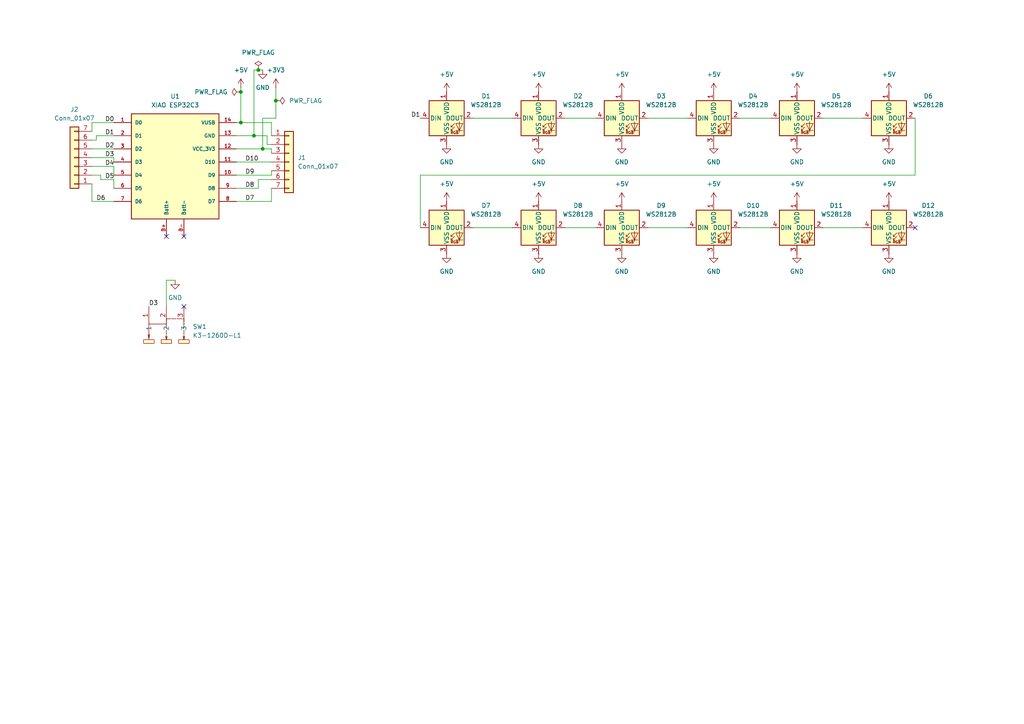
<source format=kicad_sch>
(kicad_sch (version 20241209) (generator "eeschema") (generator_version "8.99")
  (paper "A4")
  (title_block (title "Fire Decoration") (rev "0"))
  (lib_symbols
    (symbol "Connector_Generic:Conn_01x07" (pin_names (offset 1.016) (hide yes))
      (property "Reference" "J" (at 0 10.16 0))
      (property "Value" "Conn_01x07" (at 0 -10.16 0))
      (symbol "Conn_01x07_1_1"
        (rectangle (start -1.27 8.89) (end 1.27 -8.89) (stroke (width 0.254)) (fill (type background)))
        (rectangle (start -1.27 7.747) (end 0 7.493) (stroke (width 0.1524)))
        (rectangle (start -1.27 5.207) (end 0 4.953) (stroke (width 0.1524)))
        (rectangle (start -1.27 2.667) (end 0 2.413) (stroke (width 0.1524)))
        (rectangle (start -1.27 0.127) (end 0 -0.127) (stroke (width 0.1524)))
        (rectangle (start -1.27 -2.413) (end 0 -2.667) (stroke (width 0.1524)))
        (rectangle (start -1.27 -4.953) (end 0 -5.207) (stroke (width 0.1524)))
        (rectangle (start -1.27 -7.493) (end 0 -7.747) (stroke (width 0.1524)))
        (pin passive line (at -5.08 7.62 0) (length 3.81) (name "Pin_1") (number "1"))
        (pin passive line (at -5.08 5.08 0) (length 3.81) (name "Pin_2") (number "2"))
        (pin passive line (at -5.08 2.54 0) (length 3.81) (name "Pin_3") (number "3"))
        (pin passive line (at -5.08 0 0) (length 3.81) (name "Pin_4") (number "4"))
        (pin passive line (at -5.08 -2.54 0) (length 3.81) (name "Pin_5") (number "5"))
        (pin passive line (at -5.08 -5.08 0) (length 3.81) (name "Pin_6") (number "6"))
        (pin passive line (at -5.08 -7.62 0) (length 3.81) (name "Pin_7") (number "7"))
      )
    )
    (symbol "LED:WS2812B" (pin_names (offset 0.254))
      (property "Reference" "D" (at 5.08 5.715 0))
      (property "Value" "WS2812B" (at 1.27 -5.715 0))
      (symbol "WS2812B_0_0"
        (text "RGB" (at 2.286 -4.191 0) (effects (font (size 0.762 0.762))))
      )
      (symbol "WS2812B_0_1"
        (polyline (pts (xy 1.27 -2.54) (xy 1.778 -2.54)))
        (polyline (pts (xy 1.27 -3.556) (xy 1.778 -3.556)))
        (polyline (pts (xy 2.286 -1.524) (xy 1.27 -2.54) (xy 1.27 -2.032)))
        (polyline (pts (xy 2.286 -2.54) (xy 1.27 -3.556) (xy 1.27 -3.048)))
        (polyline (pts (xy 3.683 -1.016) (xy 3.683 -3.556) (xy 3.683 -4.064)))
        (polyline (pts (xy 4.699 -1.524) (xy 2.667 -1.524) (xy 3.683 -3.556) (xy 4.699 -1.524)))
        (polyline (pts (xy 4.699 -3.556) (xy 2.667 -3.556)))
        (rectangle (start 5.08 5.08) (end -5.08 -5.08) (stroke (width 0.254)) (fill (type background)))
      )
      (symbol "WS2812B_1_1"
        (pin input line (at -7.62 0 0) (length 2.54) (name "DIN") (number "4"))
        (pin power_in line (at 0 7.62 270) (length 2.54) (name "VDD") (number "1"))
        (pin power_in line (at 0 -7.62 90) (length 2.54) (name "VSS") (number "3"))
        (pin output line (at 7.62 0 180) (length 2.54) (name "DOUT") (number "2"))
      )
    )
    (symbol "Xiao_ESP32C3:XIAO ESP32C3" (pin_names (offset 1.016))
      (property "Reference" "U" (at -12.7 16.002 0))
      (property "Value" "XIAO ESP32C3" (at 7.62 -19.05 0))
      (symbol "XIAO ESP32C3_0_0"
        (rectangle (start -12.7 15.24) (end 12.7 -15.24) (stroke (width 0.254)) (fill (type background)))
        (pin bidirectional line (at -17.78 12.7 0) (length 5.08) (name "D0") (number "1"))
        (pin bidirectional line (at -17.78 8.89 0) (length 5.08) (name "D1") (number "2"))
        (pin bidirectional line (at -17.78 5.08 0) (length 5.08) (name "D2") (number "3"))
        (pin bidirectional line (at -17.78 1.27 0) (length 5.08) (name "D3") (number "4"))
        (pin bidirectional line (at -17.78 -2.54 0) (length 5.08) (name "D4") (number "5"))
        (pin bidirectional line (at -17.78 -6.35 0) (length 5.08) (name "D5") (number "6"))
        (pin power_in line (at 17.78 12.7 180) (length 5.08) (name "VUSB") (number "14"))
        (pin power_in line (at 17.78 8.89 180) (length 5.08) (name "GND") (number "13"))
        (pin power_in line (at 17.78 5.08 180) (length 5.08) (name "VCC_3V3") (number "12"))
        (pin bidirectional line (at 17.78 1.27 180) (length 5.08) (name "D10") (number "11"))
        (pin bidirectional line (at 17.78 -2.54 180) (length 5.08) (name "D9") (number "10"))
        (pin bidirectional line (at 17.78 -6.35 180) (length 5.08) (name "D8") (number "9"))
      )
      (symbol "XIAO ESP32C3_1_0"
        (pin bidirectional line (at -17.78 -10.16 0) (length 5.08) (name "D6") (number "7"))
        (pin power_in line (at -2.54 -20.32 90) (length 5.08) (name "Batt+") (number "B+"))
        (pin power_in line (at 2.54 -20.32 90) (length 5.08) (name "Batt-") (number "B-"))
        (pin bidirectional line (at 17.78 -10.16 180) (length 5.08) (name "D7") (number "8"))
      )
    )
    (symbol "easyeda2kicad:K3-1260D-L1"
      (property "Reference" "SW" (at 0 11.43 0))
      (property "Value" "K3-1260D-L1" (at 0 1.27 0))
      (symbol "K3-1260D-L1_0_1"
        (rectangle (start -7.87 -3.3) (end -4.83 -4.32) (fill (type background)))
        (polyline (pts (xy -6.35 -3.05) (xy -6.6 -1.78)))
        (rectangle (start -2.79 -3.3) (end 0.25 -4.32) (fill (type background)))
        (polyline (pts (xy -1.27 2.03) (xy -1.27 2.79) (xy 0 2.79)))
        (polyline (pts (xy -1.27 1.27) (xy -6.35 1.27) (xy -6.35 -3.05) (xy -6.1 -1.78)))
        (polyline (pts (xy -1.27 0) (xy -1.27 1.52)))
        (polyline (pts (xy -1.27 -1.78) (xy -1.27 -0.51)))
        (polyline (pts (xy -1.27 -3.3) (xy -1.27 -2.03)))
        (polyline (pts (xy -1.27 -3.3) (xy -1.52 -2.29)))
        (polyline (pts (xy -1.27 -3.3) (xy -1.02 -2.29)))
        (polyline (pts (xy 0.25 2.79) (xy 1.52 2.79)))
        (polyline (pts (xy 1.78 2.79) (xy 3.3 2.79)))
        (rectangle (start 2.29 -3.3) (end 5.33 -4.32) (fill (type background)))
        (polyline (pts (xy 3.56 2.79) (xy 3.81 2.79) (xy 3.81 2.03)))
        (polyline (pts (xy 3.81 1.52) (xy 3.81 0)))
        (polyline (pts (xy 3.81 -0.51) (xy 3.81 -1.78)))
        (polyline (pts (xy 3.81 -2.03) (xy 3.81 -3.3) (xy 4.06 -2.29)))
        (polyline (pts (xy 3.81 -3.3) (xy 3.56 -2.29)))
        (pin unspecified line (at -6.35 6.35 270) (length 5.08) (name "1") (number "1"))
        (pin unspecified line (at -1.27 6.35 270) (length 5.08) (name "2") (number "2"))
        (pin unspecified line (at 3.81 6.35 270) (length 5.08) (name "3") (number "3"))
      )
    )
    (symbol "power:+3V3" (power) (pin_numbers (hide yes)) (pin_names (offset 0) (hide yes))
      (property "Value" "+3V3" (at 0 3.556 0))
      (symbol "+3V3_0_1"
        (polyline (pts (xy -0.762 1.27) (xy 0 2.54)))
        (polyline (pts (xy 0 2.54) (xy 0.762 1.27)))
        (polyline (pts (xy 0 0) (xy 0 2.54)))
      )
      (symbol "+3V3_1_1"
        (pin power_in line (at 0 0 90) (length 0) (name "~") (number "1"))
      )
    )
    (symbol "power:+5V" (power) (pin_numbers (hide yes)) (pin_names (offset 0) (hide yes))
      (property "Value" "+5V" (at 0 3.556 0))
      (symbol "+5V_0_1"
        (polyline (pts (xy -0.762 1.27) (xy 0 2.54)))
        (polyline (pts (xy 0 2.54) (xy 0.762 1.27)))
        (polyline (pts (xy 0 0) (xy 0 2.54)))
      )
      (symbol "+5V_1_1"
        (pin power_in line (at 0 0 90) (length 0) (name "~") (number "1"))
      )
    )
    (symbol "power:GND" (power) (pin_numbers (hide yes)) (pin_names (offset 0) (hide yes))
      (property "Value" "GND" (at 0 -3.81 0))
      (symbol "GND_0_1"
        (polyline (pts (xy 0 0) (xy 0 -1.27) (xy 1.27 -1.27) (xy 0 -2.54) (xy -1.27 -1.27) (xy 0 -1.27)))
      )
      (symbol "GND_1_1"
        (pin power_in line (at 0 0 270) (length 0) (name "~") (number "1"))
      )
    )
    (symbol "power:PWR_FLAG" (power) (pin_numbers (hide yes)) (pin_names (offset 0) (hide yes))
      (property "Value" "PWR_FLAG" (at 0 3.81 0))
      (symbol "PWR_FLAG_0_0"
        (pin power_out line (at 0 0 90) (length 0) (name "~") (number "1"))
      )
      (symbol "PWR_FLAG_0_1"
        (polyline (pts (xy 0 0) (xy 0 1.27) (xy -1.016 1.905) (xy 0 2.54) (xy 1.016 1.905) (xy 0 1.27)))
      )
    )
  )
  (junction (at 73.66 39.37))
  (junction (at 74.93 20.32))
  (junction (at 69.85 35.56))
  (junction (at 69.85 26.67))
  (junction (at 80.01 29.21))
  (junction (at 76.2 43.18))
  (no_connect (at 53.34 68.58))
  (no_connect (at 265.43 66.04))
  (no_connect (at 53.34 88.9))
  (no_connect (at 48.26 68.58))
  (wire (pts (xy 68.58 54.61) (xy 74.93 54.61)))
  (wire (pts (xy 74.93 20.32) (xy 73.66 20.32)))
  (wire (pts (xy 33.02 39.37) (xy 27.94 39.37)))
  (wire (pts (xy 68.58 58.42) (xy 78.74 58.42)))
  (wire (pts (xy 163.83 66.04) (xy 172.72 66.04)))
  (wire (pts (xy 29.21 50.8) (xy 26.67 50.8)))
  (wire (pts (xy 80.01 25.4) (xy 80.01 29.21)))
  (wire (pts (xy 74.93 52.07) (xy 78.74 52.07)))
  (wire (pts (xy 77.47 39.37) (xy 77.47 41.91)))
  (wire (pts (xy 26.67 58.42) (xy 26.67 53.34)))
  (wire (pts (xy 80.01 29.21) (xy 80.01 34.29)))
  (wire (pts (xy 33.02 48.26) (xy 33.02 50.8)))
  (wire (pts (xy 26.67 45.72) (xy 33.02 45.72)))
  (wire (pts (xy 121.92 50.8) (xy 121.92 66.04)))
  (wire (pts (xy 26.67 38.1) (xy 26.67 35.56)))
  (wire (pts (xy 73.66 39.37) (xy 77.47 39.37)))
  (wire (pts (xy 76.2 20.32) (xy 74.93 20.32)))
  (wire (pts (xy 73.66 20.32) (xy 73.66 39.37)))
  (wire (pts (xy 29.21 52.07) (xy 29.21 50.8)))
  (wire (pts (xy 26.67 43.18) (xy 33.02 43.18)))
  (wire (pts (xy 69.85 25.4) (xy 69.85 26.67)))
  (wire (pts (xy 48.26 81.28) (xy 48.26 88.9)))
  (wire (pts (xy 137.16 34.29) (xy 148.59 34.29)))
  (wire (pts (xy 26.67 48.26) (xy 33.02 48.26)))
  (wire (pts (xy 33.02 45.72) (xy 33.02 46.99)))
  (wire (pts (xy 265.43 50.8) (xy 121.92 50.8)))
  (wire (pts (xy 68.58 46.99) (xy 78.74 46.99)))
  (wire (pts (xy 137.16 66.04) (xy 148.59 66.04)))
  (wire (pts (xy 78.74 43.18) (xy 78.74 44.45)))
  (wire (pts (xy 68.58 50.8) (xy 78.74 50.8)))
  (wire (pts (xy 214.63 66.04) (xy 223.52 66.04)))
  (wire (pts (xy 68.58 43.18) (xy 76.2 43.18)))
  (wire (pts (xy 187.96 66.04) (xy 199.39 66.04)))
  (wire (pts (xy 74.93 54.61) (xy 74.93 52.07)))
  (wire (pts (xy 68.58 35.56) (xy 69.85 35.56)))
  (wire (pts (xy 68.58 39.37) (xy 73.66 39.37)))
  (wire (pts (xy 76.2 43.18) (xy 78.74 43.18)))
  (wire (pts (xy 80.01 34.29) (xy 76.2 34.29)))
  (wire (pts (xy 187.96 34.29) (xy 199.39 34.29)))
  (wire (pts (xy 29.21 52.07) (xy 33.02 52.07)))
  (wire (pts (xy 77.47 41.91) (xy 78.74 41.91)))
  (wire (pts (xy 69.85 35.56) (xy 78.74 35.56)))
  (wire (pts (xy 33.02 52.07) (xy 33.02 54.61)))
  (wire (pts (xy 163.83 34.29) (xy 172.72 34.29)))
  (wire (pts (xy 50.8 81.28) (xy 48.26 81.28)))
  (wire (pts (xy 78.74 58.42) (xy 78.74 54.61)))
  (wire (pts (xy 76.2 34.29) (xy 76.2 43.18)))
  (wire (pts (xy 214.63 34.29) (xy 223.52 34.29)))
  (wire (pts (xy 78.74 35.56) (xy 78.74 39.37)))
  (wire (pts (xy 26.67 35.56) (xy 33.02 35.56)))
  (wire (pts (xy 238.76 66.04) (xy 250.19 66.04)))
  (wire (pts (xy 69.85 26.67) (xy 69.85 35.56)))
  (wire (pts (xy 78.74 50.8) (xy 78.74 49.53)))
  (wire (pts (xy 26.67 40.64) (xy 27.94 40.64)))
  (wire (pts (xy 33.02 58.42) (xy 26.67 58.42)))
  (wire (pts (xy 27.94 39.37) (xy 27.94 40.64)))
  (wire (pts (xy 238.76 34.29) (xy 250.19 34.29)))
  (wire (pts (xy 265.43 34.29) (xy 265.43 50.8)))
  (label "D7" (at 71.12 58.42 0))
  (label "D9" (at 71.12 50.8 0))
  (label "D4" (at 30.48 48.26 0))
  (label "D6" (at 27.94 58.42 0))
  (label "D1" (at 30.48 39.37 0))
  (label "D8" (at 71.12 54.61 0))
  (label "D3" (at 43.18 88.9 0))
  (label "D5" (at 30.48 52.07 0))
  (label "D0" (at 30.48 35.56 0))
  (label "D2" (at 30.48 43.18 0))
  (label "D1" (at 121.92 34.29 180))
  (label "D3" (at 30.48 45.72 0))
  (label "D10" (at 71.12 46.99 0))
  (symbol (lib_id "power:+5V") (at 257.81 58.42 0) (unit 1)
    (property "Reference" "#PWR019" (effects (hide yes)))
    (property "Value" "+5V" (at 257.81 53.34 0))
    (property "Description" "Power symbol creates a global label with name \"+5V\"" (effects (hide yes)))
  )
  (symbol (lib_id "power:+5V") (at 180.34 58.42 0) (unit 1)
    (property "Reference" "#PWR016" (effects (hide yes)))
    (property "Value" "+5V" (at 180.34 53.34 0))
    (property "Description" "Power symbol creates a global label with name \"+5V\"" (effects (hide yes)))
  )
  (symbol (lib_id "power:+5V") (at 231.14 26.67 0) (unit 1)
    (property "Reference" "#PWR021" (effects (hide yes)))
    (property "Value" "+5V" (at 231.14 21.59 0))
    (property "Description" "Power symbol creates a global label with name \"+5V\"" (effects (hide yes)))
  )
  (symbol (lib_id "power:GND") (at 76.2 20.32 0) (unit 1)
    (property "Reference" "#PWR028" (effects (hide yes)))
    (property "Value" "GND" (at 76.2 25.4 0))
    (property "Description" "Power symbol creates a global label with name \"GND\" , ground" (effects (hide yes)))
  )
  (symbol (lib_id "Xiao_ESP32C3:XIAO ESP32C3") (at 50.8 48.26 0) (unit 1)
    (property "Reference" "U1" (at 50.8 27.94 0))
    (property "Value" "XIAO ESP32C3" (at 50.8 30.48 0))
    (property "Footprint" "RF_Module:xiao_esp32c3" (effects (hide yes)))
    (property "Datasheet" "https://files.seeedstudio.com/wiki/Seeed-Studio-XIAO-ESP32/esp32-c3_datasheet.pdf" (effects (hide yes)))
    (property "Description" "ESP32C3 Transceiver Evaluation Board" (effects (hide yes)))
    (property "MANUFACTURER" "Seeed Technology" (effects (hide yes)))
  )
  (symbol (lib_id "power:GND") (at 180.34 41.91 0) (unit 1)
    (property "Reference" "#PWR010" (effects (hide yes)))
    (property "Value" "GND" (at 180.34 46.99 0))
    (property "Description" "Power symbol creates a global label with name \"GND\" , ground" (effects (hide yes)))
  )
  (symbol (lib_id "power:+5V") (at 180.34 26.67 0) (unit 1)
    (property "Reference" "#PWR023" (effects (hide yes)))
    (property "Value" "+5V" (at 180.34 21.59 0))
    (property "Description" "Power symbol creates a global label with name \"+5V\"" (effects (hide yes)))
  )
  (symbol (lib_id "LED:WS2812B") (at 180.34 66.04 0) (unit 1)
    (property "Reference" "D9" (at 191.77 59.6198 0))
    (property "Value" "WS2812B" (at 191.77 62.1598 0))
    (property "Footprint" "LED_SMD:LED_WS2812B_PLCC4_5.0x5.0mm_P3.2mm" (effects (hide yes)))
    (property "Datasheet" "https://cdn-shop.adafruit.com/datasheets/WS2812B.pdf" (effects (hide yes)))
    (property "Description" "RGB LED with integrated controller" (effects (hide yes)))
  )
  (symbol (lib_id "power:GND") (at 129.54 41.91 0) (unit 1)
    (property "Reference" "#PWR012" (effects (hide yes)))
    (property "Value" "GND" (at 129.54 46.99 0))
    (property "Description" "Power symbol creates a global label with name \"GND\" , ground" (effects (hide yes)))
  )
  (symbol (lib_id "easyeda2kicad:K3-1260D-L1") (at 49.53 95.25 0) (unit 1)
    (property "Reference" "SW1" (at 55.88 94.7449 0) (effects (justify left)))
    (property "Value" "K3-1260D-L1" (at 55.88 97.2849 0) (effects (justify left)))
    (property "Footprint" "easyeda2kicad:SW-TH_K3-1260D-L1" (effects (hide yes)))
    (property "Datasheet" "https://lcsc.com/product-detail/Toggle-Switches_9-0mm-3-6mm_C92657.html" (effects (hide yes)))
    (property "LCSC Part" "C92657" (effects (hide yes)))
  )
  (symbol (lib_id "power:+5V") (at 207.01 26.67 0) (unit 1)
    (property "Reference" "#PWR022" (effects (hide yes)))
    (property "Value" "+5V" (at 207.01 21.59 0))
    (property "Description" "Power symbol creates a global label with name \"+5V\"" (effects (hide yes)))
  )
  (symbol (lib_id "power:PWR_FLAG") (at 74.93 20.32 0) (unit 1)
    (property "Reference" "#FLG02" (effects (hide yes)))
    (property "Value" "PWR_FLAG" (at 74.93 15.24 0))
    (property "Description" "Special symbol for telling ERC where power comes from" (effects (hide yes)))
  )
  (symbol (lib_id "power:GND") (at 257.81 73.66 0) (unit 1)
    (property "Reference" "#PWR06" (effects (hide yes)))
    (property "Value" "GND" (at 257.81 78.74 0))
    (property "Description" "Power symbol creates a global label with name \"GND\" , ground" (effects (hide yes)))
  )
  (symbol (lib_id "power:+5V") (at 156.21 26.67 0) (unit 1)
    (property "Reference" "#PWR024" (effects (hide yes)))
    (property "Value" "+5V" (at 156.21 21.59 0))
    (property "Description" "Power symbol creates a global label with name \"+5V\"" (effects (hide yes)))
  )
  (symbol (lib_id "power:GND") (at 231.14 73.66 0) (unit 1)
    (property "Reference" "#PWR05" (effects (hide yes)))
    (property "Value" "GND" (at 231.14 78.74 0))
    (property "Description" "Power symbol creates a global label with name \"GND\" , ground" (effects (hide yes)))
  )
  (symbol (lib_id "LED:WS2812B") (at 207.01 66.04 0) (unit 1)
    (property "Reference" "D10" (at 218.44 59.6198 0))
    (property "Value" "WS2812B" (at 218.44 62.1598 0))
    (property "Footprint" "LED_SMD:LED_WS2812B_PLCC4_5.0x5.0mm_P3.2mm" (effects (hide yes)))
    (property "Datasheet" "https://cdn-shop.adafruit.com/datasheets/WS2812B.pdf" (effects (hide yes)))
    (property "Description" "RGB LED with integrated controller" (effects (hide yes)))
  )
  (symbol (lib_id "power:GND") (at 257.81 41.91 0) (unit 1)
    (property "Reference" "#PWR07" (effects (hide yes)))
    (property "Value" "GND" (at 257.81 46.99 0))
    (property "Description" "Power symbol creates a global label with name \"GND\" , ground" (effects (hide yes)))
  )
  (symbol (lib_id "power:GND") (at 129.54 73.66 0) (unit 1)
    (property "Reference" "#PWR01" (effects (hide yes)))
    (property "Value" "GND" (at 129.54 78.74 0))
    (property "Description" "Power symbol creates a global label with name \"GND\" , ground" (effects (hide yes)))
  )
  (symbol (lib_id "LED:WS2812B") (at 257.81 34.29 0) (unit 1)
    (property "Reference" "D6" (at 269.24 27.8698 0))
    (property "Value" "WS2812B" (at 269.24 30.4098 0))
    (property "Footprint" "LED_SMD:LED_WS2812B_PLCC4_5.0x5.0mm_P3.2mm" (effects (hide yes)))
    (property "Datasheet" "https://cdn-shop.adafruit.com/datasheets/WS2812B.pdf" (effects (hide yes)))
    (property "Description" "RGB LED with integrated controller" (effects (hide yes)))
  )
  (symbol (lib_id "Connector_Generic:Conn_01x07") (at 83.82 46.99 0) (unit 1)
    (property "Reference" "J1" (at 86.36 45.7199 0) (effects (justify left)))
    (property "Value" "Conn_01x07" (at 86.36 48.2599 0) (effects (justify left)))
    (property "Footprint" "Connector_PinSocket_2.54mm:PinSocket_1x07_P2.54mm_Vertical" (effects (hide yes)))
    (property "Description" "Generic connector, single row, 01x07, script generated (kicad-library-utils/schlib/autogen/connector/)" (effects (hide yes)))
  )
  (symbol (lib_id "power:GND") (at 156.21 41.91 0) (unit 1)
    (property "Reference" "#PWR011" (effects (hide yes)))
    (property "Value" "GND" (at 156.21 46.99 0))
    (property "Description" "Power symbol creates a global label with name \"GND\" , ground" (effects (hide yes)))
  )
  (symbol (lib_id "LED:WS2812B") (at 129.54 34.29 0) (unit 1)
    (property "Reference" "D1" (at 140.97 27.8698 0))
    (property "Value" "WS2812B" (at 140.97 30.4098 0))
    (property "Footprint" "LED_SMD:LED_WS2812B_PLCC4_5.0x5.0mm_P3.2mm" (effects (hide yes)))
    (property "Datasheet" "https://cdn-shop.adafruit.com/datasheets/WS2812B.pdf" (effects (hide yes)))
    (property "Description" "RGB LED with integrated controller" (effects (hide yes)))
  )
  (symbol (lib_id "power:+5V") (at 231.14 58.42 0) (unit 1)
    (property "Reference" "#PWR018" (effects (hide yes)))
    (property "Value" "+5V" (at 231.14 53.34 0))
    (property "Description" "Power symbol creates a global label with name \"+5V\"" (effects (hide yes)))
  )
  (symbol (lib_id "LED:WS2812B") (at 156.21 66.04 0) (unit 1)
    (property "Reference" "D8" (at 167.64 59.6198 0))
    (property "Value" "WS2812B" (at 167.64 62.1598 0))
    (property "Footprint" "LED_SMD:LED_WS2812B_PLCC4_5.0x5.0mm_P3.2mm" (effects (hide yes)))
    (property "Datasheet" "https://cdn-shop.adafruit.com/datasheets/WS2812B.pdf" (effects (hide yes)))
    (property "Description" "RGB LED with integrated controller" (effects (hide yes)))
  )
  (symbol (lib_id "LED:WS2812B") (at 231.14 34.29 0) (unit 1)
    (property "Reference" "D5" (at 242.57 27.8698 0))
    (property "Value" "WS2812B" (at 242.57 30.4098 0))
    (property "Footprint" "LED_SMD:LED_WS2812B_PLCC4_5.0x5.0mm_P3.2mm" (effects (hide yes)))
    (property "Datasheet" "https://cdn-shop.adafruit.com/datasheets/WS2812B.pdf" (effects (hide yes)))
    (property "Description" "RGB LED with integrated controller" (effects (hide yes)))
  )
  (symbol (lib_id "power:+5V") (at 129.54 26.67 0) (unit 1)
    (property "Reference" "#PWR025" (effects (hide yes)))
    (property "Value" "+5V" (at 129.54 21.59 0))
    (property "Description" "Power symbol creates a global label with name \"+5V\"" (effects (hide yes)))
  )
  (symbol (lib_id "power:GND") (at 207.01 41.91 0) (unit 1)
    (property "Reference" "#PWR09" (effects (hide yes)))
    (property "Value" "GND" (at 207.01 46.99 0))
    (property "Description" "Power symbol creates a global label with name \"GND\" , ground" (effects (hide yes)))
  )
  (symbol (lib_id "power:PWR_FLAG") (at 80.01 29.21 270) (unit 1)
    (property "Reference" "#FLG03" (effects (hide yes)))
    (property "Value" "PWR_FLAG" (at 83.82 29.2099 90) (effects (justify left)))
    (property "Description" "Special symbol for telling ERC where power comes from" (effects (hide yes)))
  )
  (symbol (lib_id "power:+5V") (at 69.85 25.4 0) (unit 1)
    (property "Reference" "#PWR027" (effects (hide yes)))
    (property "Value" "+5V" (at 69.85 20.32 0))
    (property "Description" "Power symbol creates a global label with name \"+5V\"" (effects (hide yes)))
  )
  (symbol (lib_id "power:+3V3") (at 80.01 25.4 0) (unit 1)
    (property "Reference" "#PWR029" (effects (hide yes)))
    (property "Value" "+3V3" (at 80.01 20.32 0))
    (property "Description" "Power symbol creates a global label with name \"+3V3\"" (effects (hide yes)))
  )
  (symbol (lib_id "LED:WS2812B") (at 207.01 34.29 0) (unit 1)
    (property "Reference" "D4" (at 218.44 27.8698 0))
    (property "Value" "WS2812B" (at 218.44 30.4098 0))
    (property "Footprint" "LED_SMD:LED_WS2812B_PLCC4_5.0x5.0mm_P3.2mm" (effects (hide yes)))
    (property "Datasheet" "https://cdn-shop.adafruit.com/datasheets/WS2812B.pdf" (effects (hide yes)))
    (property "Description" "RGB LED with integrated controller" (effects (hide yes)))
  )
  (symbol (lib_id "power:GND") (at 231.14 41.91 0) (unit 1)
    (property "Reference" "#PWR08" (effects (hide yes)))
    (property "Value" "GND" (at 231.14 46.99 0))
    (property "Description" "Power symbol creates a global label with name \"GND\" , ground" (effects (hide yes)))
  )
  (symbol (lib_id "Connector_Generic:Conn_01x07") (at 21.59 45.72 180) (unit 1)
    (property "Reference" "J2" (at 21.59 31.75 0))
    (property "Value" "Conn_01x07" (at 21.59 34.29 0))
    (property "Footprint" "Connector_PinSocket_2.54mm:PinSocket_1x07_P2.54mm_Vertical" (effects (hide yes)))
    (property "Description" "Generic connector, single row, 01x07, script generated (kicad-library-utils/schlib/autogen/connector/)" (effects (hide yes)))
  )
  (symbol (lib_id "power:+5V") (at 207.01 58.42 0) (unit 1)
    (property "Reference" "#PWR017" (effects (hide yes)))
    (property "Value" "+5V" (at 207.01 53.34 0))
    (property "Description" "Power symbol creates a global label with name \"+5V\"" (effects (hide yes)))
  )
  (symbol (lib_id "power:+5V") (at 129.54 58.42 0) (unit 1)
    (property "Reference" "#PWR014" (effects (hide yes)))
    (property "Value" "+5V" (at 129.54 53.34 0))
    (property "Description" "Power symbol creates a global label with name \"+5V\"" (effects (hide yes)))
  )
  (symbol (lib_id "LED:WS2812B") (at 156.21 34.29 0) (unit 1)
    (property "Reference" "D2" (at 167.64 27.8698 0))
    (property "Value" "WS2812B" (at 167.64 30.4098 0))
    (property "Footprint" "LED_SMD:LED_WS2812B_PLCC4_5.0x5.0mm_P3.2mm" (effects (hide yes)))
    (property "Datasheet" "https://cdn-shop.adafruit.com/datasheets/WS2812B.pdf" (effects (hide yes)))
    (property "Description" "RGB LED with integrated controller" (effects (hide yes)))
  )
  (symbol (lib_id "power:GND") (at 180.34 73.66 0) (unit 1)
    (property "Reference" "#PWR03" (effects (hide yes)))
    (property "Value" "GND" (at 180.34 78.74 0))
    (property "Description" "Power symbol creates a global label with name \"GND\" , ground" (effects (hide yes)))
  )
  (symbol (lib_id "LED:WS2812B") (at 180.34 34.29 0) (unit 1)
    (property "Reference" "D3" (at 191.77 27.8698 0))
    (property "Value" "WS2812B" (at 191.77 30.4098 0))
    (property "Footprint" "LED_SMD:LED_WS2812B_PLCC4_5.0x5.0mm_P3.2mm" (effects (hide yes)))
    (property "Datasheet" "https://cdn-shop.adafruit.com/datasheets/WS2812B.pdf" (effects (hide yes)))
    (property "Description" "RGB LED with integrated controller" (effects (hide yes)))
  )
  (symbol (lib_id "LED:WS2812B") (at 231.14 66.04 0) (unit 1)
    (property "Reference" "D11" (at 242.57 59.6198 0))
    (property "Value" "WS2812B" (at 242.57 62.1598 0))
    (property "Footprint" "LED_SMD:LED_WS2812B_PLCC4_5.0x5.0mm_P3.2mm" (effects (hide yes)))
    (property "Datasheet" "https://cdn-shop.adafruit.com/datasheets/WS2812B.pdf" (effects (hide yes)))
    (property "Description" "RGB LED with integrated controller" (effects (hide yes)))
  )
  (symbol (lib_id "power:+5V") (at 156.21 58.42 0) (unit 1)
    (property "Reference" "#PWR015" (effects (hide yes)))
    (property "Value" "+5V" (at 156.21 53.34 0))
    (property "Description" "Power symbol creates a global label with name \"+5V\"" (effects (hide yes)))
  )
  (symbol (lib_id "power:+5V") (at 257.81 26.67 0) (unit 1)
    (property "Reference" "#PWR020" (effects (hide yes)))
    (property "Value" "+5V" (at 257.81 21.59 0))
    (property "Description" "Power symbol creates a global label with name \"+5V\"" (effects (hide yes)))
  )
  (symbol (lib_id "LED:WS2812B") (at 257.81 66.04 0) (unit 1)
    (property "Reference" "D12" (at 269.24 59.6198 0))
    (property "Value" "WS2812B" (at 269.24 62.1598 0))
    (property "Footprint" "LED_SMD:LED_WS2812B_PLCC4_5.0x5.0mm_P3.2mm" (effects (hide yes)))
    (property "Datasheet" "https://cdn-shop.adafruit.com/datasheets/WS2812B.pdf" (effects (hide yes)))
    (property "Description" "RGB LED with integrated controller" (effects (hide yes)))
  )
  (symbol (lib_id "power:GND") (at 156.21 73.66 0) (unit 1)
    (property "Reference" "#PWR02" (effects (hide yes)))
    (property "Value" "GND" (at 156.21 78.74 0))
    (property "Description" "Power symbol creates a global label with name \"GND\" , ground" (effects (hide yes)))
  )
  (symbol (lib_id "LED:WS2812B") (at 129.54 66.04 0) (unit 1)
    (property "Reference" "D7" (at 140.97 59.6198 0))
    (property "Value" "WS2812B" (at 140.97 62.1598 0))
    (property "Footprint" "LED_SMD:LED_WS2812B_PLCC4_5.0x5.0mm_P3.2mm" (effects (hide yes)))
    (property "Datasheet" "https://cdn-shop.adafruit.com/datasheets/WS2812B.pdf" (effects (hide yes)))
    (property "Description" "RGB LED with integrated controller" (effects (hide yes)))
  )
  (symbol (lib_id "power:GND") (at 207.01 73.66 0) (unit 1)
    (property "Reference" "#PWR04" (effects (hide yes)))
    (property "Value" "GND" (at 207.01 78.74 0))
    (property "Description" "Power symbol creates a global label with name \"GND\" , ground" (effects (hide yes)))
  )
  (symbol (lib_id "power:PWR_FLAG") (at 69.85 26.67 90) (unit 1)
    (property "Reference" "#FLG01" (effects (hide yes)))
    (property "Value" "PWR_FLAG" (at 66.04 26.6699 90) (effects (justify left)))
    (property "Description" "Special symbol for telling ERC where power comes from" (effects (hide yes)))
  )
  (symbol (lib_id "power:GND") (at 50.8 81.28 0) (unit 1)
    (property "Reference" "#PWR013" (effects (hide yes)))
    (property "Value" "GND" (at 50.8 86.36 0))
    (property "Description" "Power symbol creates a global label with name \"GND\" , ground" (effects (hide yes)))
  )
)
</source>
